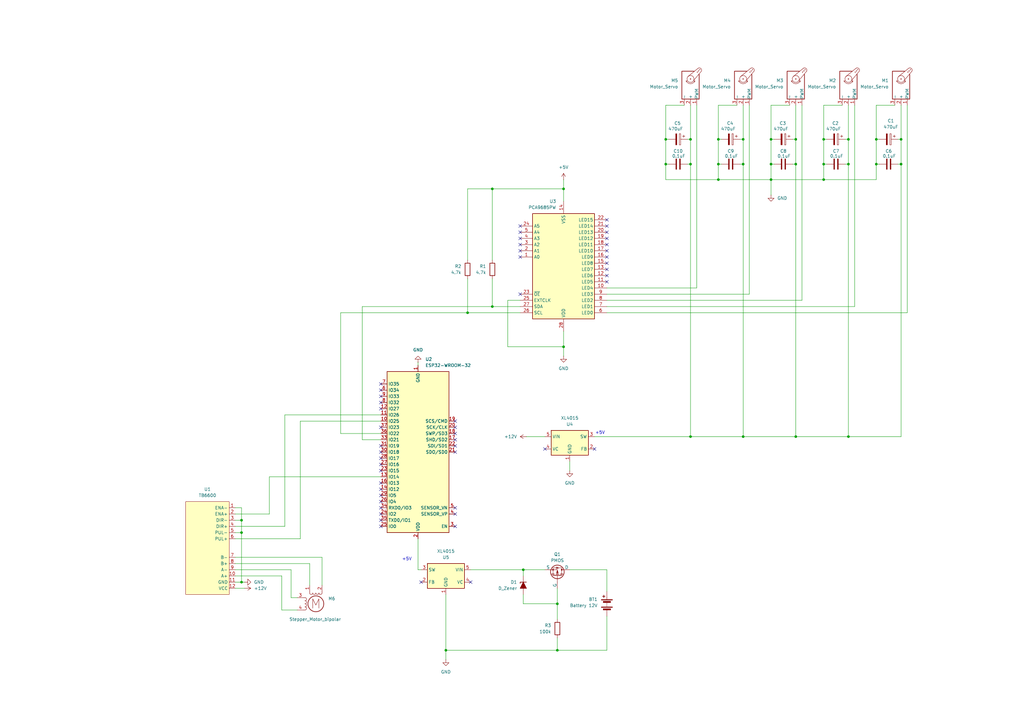
<source format=kicad_sch>
(kicad_sch (version 20231120) (generator "eeschema") (generator_version "8.0")
  (paper "A3")
  (lib_symbols
    (symbol "Device:Battery" (pin_numbers hide) (pin_names (offset 0) hide)
      (property "Reference" "BT" (at 2.54 2.54 0))
      (property "Value" "Battery" (at 2.54 0 0))
      (symbol "Battery_0_1"
        (rectangle (start -2.286 -1.27) (end 2.286 -1.524) (fill (type outline)))
        (rectangle (start -2.286 1.778) (end 2.286 1.524) (fill (type outline)))
        (rectangle (start -1.524 -2.032) (end 1.524 -2.54) (fill (type outline)))
        (rectangle (start -1.524 1.016) (end 1.524 0.508) (fill (type outline)))
        (polyline (pts (xy 0 -1.016) (xy 0 -0.762)))
        (polyline (pts (xy 0 -0.508) (xy 0 -0.254)))
        (polyline (pts (xy 0 0) (xy 0 0.254)))
        (polyline (pts (xy 0 1.778) (xy 0 2.54)))
        (polyline (pts (xy 0.762 3.048) (xy 1.778 3.048)) (stroke (width 0.254)))
        (polyline (pts (xy 1.27 3.556) (xy 1.27 2.54)) (stroke (width 0.254)))
      )
      (symbol "Battery_1_1"
        (pin passive line (at 0 5.08 270) (length 2.54) (name "+") (number "1"))
        (pin passive line (at 0 -5.08 90) (length 2.54) (name "-") (number "2"))
      )
    )
    (symbol "Device:C" (pin_numbers hide) (pin_names (offset 0.254))
      (property "Reference" "C" (at 0.635 2.54 0))
      (property "Value" "C" (at 0.635 -2.54 0))
      (symbol "C_0_1"
        (polyline (pts (xy -2.032 -0.762) (xy 2.032 -0.762)) (stroke (width 0.508)))
        (polyline (pts (xy -2.032 0.762) (xy 2.032 0.762)) (stroke (width 0.508)))
      )
      (symbol "C_1_1"
        (pin passive line (at 0 3.81 270) (length 2.794) (name "~") (number "1"))
        (pin passive line (at 0 -3.81 90) (length 2.794) (name "~") (number "2"))
      )
    )
    (symbol "Device:C_Polarized" (pin_numbers hide) (pin_names (offset 0.254))
      (property "Reference" "C" (at 0.635 2.54 0))
      (property "Value" "C_Polarized" (at 0.635 -2.54 0))
      (symbol "C_Polarized_0_1"
        (rectangle (start -2.286 0.508) (end 2.286 1.016))
        (polyline (pts (xy -1.778 2.286) (xy -0.762 2.286)))
        (polyline (pts (xy -1.27 2.794) (xy -1.27 1.778)))
        (rectangle (start 2.286 -0.508) (end -2.286 -1.016) (fill (type outline)))
      )
      (symbol "C_Polarized_1_1"
        (pin passive line (at 0 3.81 270) (length 2.794) (name "~") (number "1"))
        (pin passive line (at 0 -3.81 90) (length 2.794) (name "~") (number "2"))
      )
    )
    (symbol "Device:D_Zener_Filled" (pin_numbers hide) (pin_names (offset 1.016) hide)
      (property "Reference" "D" (at 0 2.54 0))
      (property "Value" "D_Zener_Filled" (at 0 -2.54 0))
      (symbol "D_Zener_Filled_0_1"
        (polyline (pts (xy 1.27 0) (xy -1.27 0)))
        (polyline (pts (xy -1.27 -1.27) (xy -1.27 1.27) (xy -0.762 1.27)) (stroke (width 0.254)))
        (polyline (pts (xy 1.27 -1.27) (xy 1.27 1.27) (xy -1.27 0) (xy 1.27 -1.27)) (stroke (width 0.254)) (fill (type outline)))
      )
      (symbol "D_Zener_Filled_1_1"
        (pin passive line (at -3.81 0 0) (length 2.54) (name "K") (number "1"))
        (pin passive line (at 3.81 0 180) (length 2.54) (name "A") (number "2"))
      )
    )
    (symbol "Device:R" (pin_numbers hide) (pin_names (offset 0))
      (property "Reference" "R" (at 2.032 0 90))
      (property "Value" "R" (at 0 0 90))
      (symbol "R_0_1"
        (rectangle (start -1.016 -2.54) (end 1.016 2.54) (stroke (width 0.254)))
      )
      (symbol "R_1_1"
        (pin passive line (at 0 3.81 270) (length 1.27) (name "~") (number "1"))
        (pin passive line (at 0 -3.81 90) (length 1.27) (name "~") (number "2"))
      )
    )
    (symbol "Driver_LED:PCA9685PW"
      (property "Reference" "U" (at -12.7 22.225 0))
      (property "Value" "PCA9685PW" (at 1.27 22.225 0))
      (symbol "PCA9685PW_0_1"
        (rectangle (start -12.7 20.32) (end 12.7 -22.86) (stroke (width 0.254)) (fill (type background)))
      )
      (symbol "PCA9685PW_1_1"
        (pin input line (at -17.78 -5.08 0) (length 5.08) (name "A0") (number "1"))
        (pin output line (at 17.78 7.62 180) (length 5.08) (name "LED4") (number "10"))
        (pin output line (at 17.78 5.08 180) (length 5.08) (name "LED5") (number "11"))
        (pin output line (at 17.78 2.54 180) (length 5.08) (name "LED6") (number "12"))
        (pin output line (at 17.78 0 180) (length 5.08) (name "LED7") (number "13"))
        (pin power_in line (at 0 -27.94 90) (length 5.08) (name "VSS") (number "14"))
        (pin output line (at 17.78 -2.54 180) (length 5.08) (name "LED8") (number "15"))
        (pin output line (at 17.78 -5.08 180) (length 5.08) (name "LED9") (number "16"))
        (pin output line (at 17.78 -7.62 180) (length 5.08) (name "LED10") (number "17"))
        (pin output line (at 17.78 -10.16 180) (length 5.08) (name "LED11") (number "18"))
        (pin output line (at 17.78 -12.7 180) (length 5.08) (name "LED12") (number "19"))
        (pin input line (at -17.78 -7.62 0) (length 5.08) (name "A1") (number "2"))
        (pin output line (at 17.78 -15.24 180) (length 5.08) (name "LED13") (number "20"))
        (pin output line (at 17.78 -17.78 180) (length 5.08) (name "LED14") (number "21"))
        (pin output line (at 17.78 -20.32 180) (length 5.08) (name "LED15") (number "22"))
        (pin input line (at -17.78 10.16 0) (length 5.08) (name "~{OE}") (number "23"))
        (pin input line (at -17.78 -17.78 0) (length 5.08) (name "A5") (number "24"))
        (pin input line (at -17.78 12.7 0) (length 5.08) (name "EXTCLK") (number "25"))
        (pin input line (at -17.78 17.78 0) (length 5.08) (name "SCL") (number "26"))
        (pin bidirectional line (at -17.78 15.24 0) (length 5.08) (name "SDA") (number "27"))
        (pin power_in line (at 0 25.4 270) (length 5.08) (name "VDD") (number "28"))
        (pin input line (at -17.78 -10.16 0) (length 5.08) (name "A2") (number "3"))
        (pin input line (at -17.78 -12.7 0) (length 5.08) (name "A3") (number "4"))
        (pin input line (at -17.78 -15.24 0) (length 5.08) (name "A4") (number "5"))
        (pin output line (at 17.78 17.78 180) (length 5.08) (name "LED0") (number "6"))
        (pin output line (at 17.78 15.24 180) (length 5.08) (name "LED1") (number "7"))
        (pin output line (at 17.78 12.7 180) (length 5.08) (name "LED2") (number "8"))
        (pin output line (at 17.78 10.16 180) (length 5.08) (name "LED3") (number "9"))
      )
    )
    (symbol "Motor:Motor_Servo" (pin_names (offset 0.0254))
      (property "Reference" "M" (at -5.08 4.445 0))
      (property "Value" "Motor_Servo" (at -5.08 -4.064 0))
      (symbol "Motor_Servo_0_1"
        (polyline (pts (xy 2.413 -1.778) (xy 2.032 -1.778)))
        (polyline (pts (xy 2.413 -1.778) (xy 2.286 -1.397)))
        (polyline (pts (xy 2.413 1.778) (xy 1.905 1.778)))
        (polyline (pts (xy 2.413 1.778) (xy 2.286 1.397)))
        (polyline (pts (xy 6.35 4.445) (xy 2.54 1.27)))
        (polyline (pts (xy 7.62 3.175) (xy 4.191 -1.016)))
        (polyline (pts (xy 5.08 3.556) (xy -5.08 3.556) (xy -5.08 -3.556) (xy 6.35 -3.556) (xy 6.35 1.524)) (stroke (width 0.254)))
        (arc (start 2.413 1.778) (mid 1.2406 0) (end 2.413 -1.778))
        (circle (center 3.175 0) (radius 0.1778))
        (circle (center 3.175 0) (radius 1.4224))
        (circle (center 5.969 2.794) (radius 0.127))
        (circle (center 6.477 3.302) (radius 0.127))
        (circle (center 6.985 3.81) (radius 0.127))
        (arc (start 7.62 3.175) (mid 7.4485 4.2735) (end 6.35 4.445))
      )
      (symbol "Motor_Servo_1_1"
        (pin passive line (at -7.62 2.54 0) (length 2.54) (name "PWM") (number "1"))
        (pin passive line (at -7.62 0 0) (length 2.54) (name "+") (number "2"))
        (pin passive line (at -7.62 -2.54 0) (length 2.54) (name "-") (number "3"))
      )
    )
    (symbol "Motor:Stepper_Motor_bipolar" (pin_names (offset 0) hide)
      (property "Reference" "M" (at 3.81 2.54 0))
      (property "Value" "Stepper_Motor_bipolar" (at 3.81 1.27 0))
      (symbol "Stepper_Motor_bipolar_0_0"
        (polyline (pts (xy -1.27 -1.778) (xy -1.27 2.032) (xy 0 -0.508) (xy 1.27 2.032) (xy 1.27 -1.778)))
      )
      (symbol "Stepper_Motor_bipolar_0_1"
        (arc (start -4.445 -2.54) (mid -3.8127 -1.905) (end -4.445 -1.27))
        (arc (start -4.445 -1.27) (mid -3.8127 -0.635) (end -4.445 0))
        (arc (start -4.445 0) (mid -3.8127 0.635) (end -4.445 1.27))
        (arc (start -4.445 1.27) (mid -3.8127 1.905) (end -4.445 2.54))
        (arc (start -2.54 4.445) (mid -1.905 3.8127) (end -1.27 4.445))
        (arc (start -1.27 4.445) (mid -0.635 3.8127) (end 0 4.445))
        (polyline (pts (xy -5.08 -2.54) (xy -4.445 -2.54)))
        (polyline (pts (xy -5.08 2.54) (xy -4.445 2.54)))
        (polyline (pts (xy -2.54 5.08) (xy -2.54 4.445)))
        (polyline (pts (xy 2.54 5.08) (xy 2.54 4.445)))
        (circle (center 0 0) (radius 3.2512) (stroke (width 0.254)))
        (arc (start 0 4.445) (mid 0.635 3.8127) (end 1.27 4.445))
        (arc (start 1.27 4.445) (mid 1.905 3.8127) (end 2.54 4.445))
      )
      (symbol "Stepper_Motor_bipolar_1_1"
        (pin passive line (at -2.54 7.62 270) (length 2.54) (name "~") (number "1"))
        (pin passive line (at 2.54 7.62 270) (length 2.54) (name "-") (number "2"))
        (pin passive line (at -7.62 2.54 0) (length 2.54) (name "~") (number "3"))
        (pin passive line (at -7.62 -2.54 0) (length 2.54) (name "~") (number "4"))
      )
    )
    (symbol "RF_Module:ESP32-WROOM-32"
      (property "Reference" "U" (at -12.7 34.29 0))
      (property "Value" "ESP32-WROOM-32" (at 1.27 34.29 0))
      (symbol "ESP32-WROOM-32_0_1"
        (rectangle (start -12.7 33.02) (end 12.7 -33.02) (stroke (width 0.254)) (fill (type background)))
      )
      (symbol "ESP32-WROOM-32_1_1"
        (pin power_in line (at 0 -35.56 90) (length 2.54) (name "GND") (number "1"))
        (pin bidirectional line (at 15.24 -12.7 180) (length 2.54) (name "IO25") (number "10"))
        (pin bidirectional line (at 15.24 -15.24 180) (length 2.54) (name "IO26") (number "11"))
        (pin bidirectional line (at 15.24 -17.78 180) (length 2.54) (name "IO27") (number "12"))
        (pin bidirectional line (at 15.24 10.16 180) (length 2.54) (name "IO14") (number "13"))
        (pin bidirectional line (at 15.24 15.24 180) (length 2.54) (name "IO12") (number "14"))
        (pin passive line (at 0 -35.56 90) (length 2.54) hide (name "GND") (number "15"))
        (pin bidirectional line (at 15.24 12.7 180) (length 2.54) (name "IO13") (number "16"))
        (pin bidirectional line (at -15.24 -5.08 0) (length 2.54) (name "SHD/SD2") (number "17"))
        (pin bidirectional line (at -15.24 -7.62 0) (length 2.54) (name "SWP/SD3") (number "18"))
        (pin bidirectional line (at -15.24 -12.7 0) (length 2.54) (name "SCS/CMD") (number "19"))
        (pin power_in line (at 0 35.56 270) (length 2.54) (name "VDD") (number "2"))
        (pin bidirectional line (at -15.24 -10.16 0) (length 2.54) (name "SCK/CLK") (number "20"))
        (pin bidirectional line (at -15.24 0 0) (length 2.54) (name "SDO/SD0") (number "21"))
        (pin bidirectional line (at -15.24 -2.54 0) (length 2.54) (name "SDI/SD1") (number "22"))
        (pin bidirectional line (at 15.24 7.62 180) (length 2.54) (name "IO15") (number "23"))
        (pin bidirectional line (at 15.24 25.4 180) (length 2.54) (name "IO2") (number "24"))
        (pin bidirectional line (at 15.24 30.48 180) (length 2.54) (name "IO0") (number "25"))
        (pin bidirectional line (at 15.24 20.32 180) (length 2.54) (name "IO4") (number "26"))
        (pin bidirectional line (at 15.24 5.08 180) (length 2.54) (name "IO16") (number "27"))
        (pin bidirectional line (at 15.24 2.54 180) (length 2.54) (name "IO17") (number "28"))
        (pin bidirectional line (at 15.24 17.78 180) (length 2.54) (name "IO5") (number "29"))
        (pin input line (at -15.24 30.48 0) (length 2.54) (name "EN") (number "3"))
        (pin bidirectional line (at 15.24 0 180) (length 2.54) (name "IO18") (number "30"))
        (pin bidirectional line (at 15.24 -2.54 180) (length 2.54) (name "IO19") (number "31"))
        (pin no_connect line (at -12.7 -27.94 0) (length 2.54) hide (name "NC") (number "32"))
        (pin bidirectional line (at 15.24 -5.08 180) (length 2.54) (name "IO21") (number "33"))
        (pin bidirectional line (at 15.24 22.86 180) (length 2.54) (name "RXD0/IO3") (number "34"))
        (pin bidirectional line (at 15.24 27.94 180) (length 2.54) (name "TXD0/IO1") (number "35"))
        (pin bidirectional line (at 15.24 -7.62 180) (length 2.54) (name "IO22") (number "36"))
        (pin bidirectional line (at 15.24 -10.16 180) (length 2.54) (name "IO23") (number "37"))
        (pin passive line (at 0 -35.56 90) (length 2.54) hide (name "GND") (number "38"))
        (pin passive line (at 0 -35.56 90) (length 2.54) hide (name "GND") (number "39"))
        (pin input line (at -15.24 25.4 0) (length 2.54) (name "SENSOR_VP") (number "4"))
        (pin input line (at -15.24 22.86 0) (length 2.54) (name "SENSOR_VN") (number "5"))
        (pin input line (at 15.24 -25.4 180) (length 2.54) (name "IO34") (number "6"))
        (pin input line (at 15.24 -27.94 180) (length 2.54) (name "IO35") (number "7"))
        (pin bidirectional line (at 15.24 -20.32 180) (length 2.54) (name "IO32") (number "8"))
        (pin bidirectional line (at 15.24 -22.86 180) (length 2.54) (name "IO33") (number "9"))
      )
    )
    (symbol "Regulator_Switching:XL4015"
      (property "Reference" "U?" (at -6.35 6.35 0))
      (property "Value" "XL4015" (at 6.35 6.35 0))
      (symbol "XL4015_0_1"
        (rectangle (start -7.62 5.08) (end 7.62 -5.08) (stroke (width 0.254)) (fill (type background)))
      )
      (symbol "XL4015_1_1"
        (pin power_in line (at 0 -7.62 90) (length 2.54) (name "GND") (number "1"))
        (pin input line (at 10.16 -2.54 180) (length 2.54) (name "FB") (number "2"))
        (pin power_out line (at 10.16 2.54 180) (length 2.54) (name "SW") (number "3"))
        (pin input line (at -10.16 -2.54 0) (length 2.54) (name "VC") (number "4"))
        (pin power_in line (at -10.16 2.54 0) (length 2.54) (name "VIN") (number "5"))
      )
    )
    (symbol "Simulation_SPICE:PMOS" (pin_numbers hide) (pin_names (offset 0))
      (property "Reference" "Q" (at 5.08 1.27 0))
      (property "Value" "PMOS" (at 5.08 -1.27 0))
      (symbol "PMOS_0_1"
        (polyline (pts (xy 0.254 0) (xy -2.54 0)))
        (polyline (pts (xy 0.254 1.905) (xy 0.254 -1.905)) (stroke (width 0.254)))
        (polyline (pts (xy 0.762 -1.27) (xy 0.762 -2.286)) (stroke (width 0.254)))
        (polyline (pts (xy 0.762 0.508) (xy 0.762 -0.508)) (stroke (width 0.254)))
        (polyline (pts (xy 0.762 2.286) (xy 0.762 1.27)) (stroke (width 0.254)))
        (polyline (pts (xy 2.54 2.54) (xy 2.54 1.778)))
        (polyline (pts (xy 2.54 -2.54) (xy 2.54 0) (xy 0.762 0)))
        (polyline (pts (xy 0.762 1.778) (xy 3.302 1.778) (xy 3.302 -1.778) (xy 0.762 -1.778)))
        (polyline (pts (xy 2.286 0) (xy 1.27 0.381) (xy 1.27 -0.381) (xy 2.286 0)) (fill (type outline)))
        (polyline (pts (xy 2.794 -0.508) (xy 2.921 -0.381) (xy 3.683 -0.381) (xy 3.81 -0.254)))
        (polyline (pts (xy 3.302 -0.381) (xy 2.921 0.254) (xy 3.683 0.254) (xy 3.302 -0.381)))
        (circle (center 1.651 0) (radius 2.794) (stroke (width 0.254)))
        (circle (center 2.54 -1.778) (radius 0.254) (fill (type outline)))
        (circle (center 2.54 1.778) (radius 0.254) (fill (type outline)))
      )
      (symbol "PMOS_1_1"
        (pin passive line (at 2.54 5.08 270) (length 2.54) (name "D") (number "1"))
        (pin input line (at -5.08 0 0) (length 2.54) (name "G") (number "2"))
        (pin passive line (at 2.54 -5.08 90) (length 2.54) (name "S") (number "3"))
      )
    )
    (symbol "power:GND" (power) (pin_numbers hide) (pin_names (offset 0) hide)
      (property "Value" "GND" (at 0 -3.81 0))
      (symbol "GND_0_1"
        (polyline (pts (xy 0 0) (xy 0 -1.27) (xy 1.27 -1.27) (xy 0 -2.54) (xy -1.27 -1.27) (xy 0 -1.27)))
      )
      (symbol "GND_1_1"
        (pin power_in line (at 0 0 270) (length 0) (name "~") (number "1"))
      )
    )
    (symbol "power:VCC" (power) (pin_numbers hide) (pin_names (offset 0) hide)
      (property "Value" "VCC" (at 0 3.556 0))
      (symbol "VCC_0_1"
        (polyline (pts (xy -0.762 1.27) (xy 0 2.54)))
        (polyline (pts (xy 0 0) (xy 0 2.54)))
        (polyline (pts (xy 0 2.54) (xy 0.762 1.27)))
      )
      (symbol "VCC_1_1"
        (pin power_in line (at 0 0 90) (length 0) (name "~") (number "1"))
      )
    )
    (symbol "tb6600:TB6600"
      (property "Reference" "U" (at -13.208 1.016 0))
      (property "Value" "TB6600" (at -5.334 0.762 0))
      (symbol "TB6600_1_1"
        (rectangle (start -13.97 0) (end 3.81 -38.1) (fill (type background)))
        (pin input line (at 6.35 -2.54 180) (length 2.54) (name "ENA-") (number "1"))
        (pin bidirectional line (at 6.35 -30.48 180) (length 2.54) (name "A+") (number "10"))
        (pin power_in line (at 6.35 -33.02 180) (length 2.54) (name "GND") (number "11"))
        (pin power_in line (at 6.35 -35.56 180) (length 2.54) (name "VCC") (number "12"))
        (pin input line (at 6.35 -5.08 180) (length 2.54) (name "ENA+") (number "2"))
        (pin input line (at 6.35 -7.62 180) (length 2.54) (name "DIR-") (number "3"))
        (pin input line (at 6.35 -10.16 180) (length 2.54) (name "DIR+") (number "4"))
        (pin input line (at 6.35 -12.7 180) (length 2.54) (name "PUL-") (number "5"))
        (pin input line (at 6.35 -15.24 180) (length 2.54) (name "PUL+") (number "6"))
        (pin bidirectional line (at 6.35 -22.86 180) (length 2.54) (name "B-") (number "7"))
        (pin bidirectional line (at 6.35 -25.4 180) (length 2.54) (name "B+") (number "8"))
        (pin bidirectional line (at 6.35 -27.94 180) (length 2.54) (name "A-") (number "9"))
      )
    )
  )
  (junction (at 337.82 67.31))
  (junction (at 316.23 67.31))
  (junction (at 359.41 67.31))
  (junction (at 191.77 128.27))
  (junction (at 369.57 67.31))
  (junction (at 201.93 125.73))
  (junction (at 337.82 73.66))
  (junction (at 283.21 57.15))
  (junction (at 369.57 57.15))
  (junction (at 99.06 218.44))
  (junction (at 214.63 233.68))
  (junction (at 228.6 247.65))
  (junction (at 99.06 238.76))
  (junction (at 273.05 57.15))
  (junction (at 304.8 67.31))
  (junction (at 337.82 57.15))
  (junction (at 316.23 57.15))
  (junction (at 347.98 179.07))
  (junction (at 228.6 266.7))
  (junction (at 304.8 179.07))
  (junction (at 273.05 67.31))
  (junction (at 347.98 57.15))
  (junction (at 231.14 77.47))
  (junction (at 231.14 142.24))
  (junction (at 99.06 213.36))
  (junction (at 201.93 77.47))
  (junction (at 326.39 57.15))
  (junction (at 304.8 57.15))
  (junction (at 326.39 67.31))
  (junction (at 283.21 179.07))
  (junction (at 182.88 266.7))
  (junction (at 294.64 57.15))
  (junction (at 326.39 179.07))
  (junction (at 283.21 67.31))
  (junction (at 316.23 73.66))
  (junction (at 294.64 73.66))
  (junction (at 294.64 67.31))
  (junction (at 347.98 67.31))
  (junction (at 359.41 57.15))
  (no_connect (at 156.21 187.96))
  (no_connect (at 156.21 215.9))
  (no_connect (at 156.21 210.82))
  (no_connect (at 248.92 100.33))
  (no_connect (at 248.92 102.87))
  (no_connect (at 156.21 190.5))
  (no_connect (at 223.52 184.15))
  (no_connect (at 248.92 90.17))
  (no_connect (at 186.69 182.88))
  (no_connect (at 213.36 120.65))
  (no_connect (at 213.36 105.41))
  (no_connect (at 156.21 157.48))
  (no_connect (at 213.36 97.79))
  (no_connect (at 193.04 238.76))
  (no_connect (at 172.72 238.76))
  (no_connect (at 156.21 162.56))
  (no_connect (at 186.69 180.34))
  (no_connect (at 156.21 205.74))
  (no_connect (at 186.69 177.8))
  (no_connect (at 156.21 203.2))
  (no_connect (at 248.92 92.71))
  (no_connect (at 186.69 172.72))
  (no_connect (at 156.21 175.26))
  (no_connect (at 156.21 198.12))
  (no_connect (at 213.36 92.71))
  (no_connect (at 213.36 102.87))
  (no_connect (at 248.92 113.03))
  (no_connect (at 156.21 208.28))
  (no_connect (at 156.21 160.02))
  (no_connect (at 186.69 185.42))
  (no_connect (at 156.21 213.36))
  (no_connect (at 248.92 105.41))
  (no_connect (at 156.21 185.42))
  (no_connect (at 248.92 97.79))
  (no_connect (at 186.69 175.26))
  (no_connect (at 248.92 95.25))
  (no_connect (at 156.21 193.04))
  (no_connect (at 186.69 210.82))
  (no_connect (at 243.84 184.15))
  (no_connect (at 186.69 215.9))
  (no_connect (at 213.36 95.25))
  (no_connect (at 156.21 200.66))
  (no_connect (at 213.36 100.33))
  (no_connect (at 248.92 107.95))
  (no_connect (at 248.92 110.49))
  (no_connect (at 186.69 208.28))
  (no_connect (at 248.92 115.57))
  (no_connect (at 156.21 165.1))
  (no_connect (at 156.21 182.88))
  (no_connect (at 156.21 167.64))
  (wire (pts (xy 119.38 245.11) (xy 121.92 245.11)))
  (wire (pts (xy 281.94 67.31) (xy 283.21 67.31)))
  (wire (pts (xy 231.14 142.24) (xy 231.14 146.05)))
  (wire (pts (xy 283.21 67.31) (xy 283.21 179.07)))
  (wire (pts (xy 96.52 208.28) (xy 99.06 208.28)))
  (wire (pts (xy 182.88 266.7) (xy 228.6 266.7)))
  (wire (pts (xy 273.05 43.18) (xy 273.05 57.15)))
  (wire (pts (xy 248.92 118.11) (xy 285.75 118.11)))
  (wire (pts (xy 96.52 210.82) (xy 110.49 210.82)))
  (wire (pts (xy 294.64 67.31) (xy 294.64 73.66)))
  (wire (pts (xy 339.09 67.31) (xy 337.82 67.31)))
  (wire (pts (xy 96.52 215.9) (xy 116.84 215.9)))
  (wire (pts (xy 273.05 67.31) (xy 273.05 73.66)))
  (wire (pts (xy 248.92 233.68) (xy 233.68 233.68)))
  (wire (pts (xy 337.82 67.31) (xy 337.82 73.66)))
  (wire (pts (xy 96.52 236.22) (xy 115.57 236.22)))
  (wire (pts (xy 294.64 43.18) (xy 294.64 57.15)))
  (wire (pts (xy 156.21 177.8) (xy 139.7 177.8)))
  (wire (pts (xy 115.57 236.22) (xy 115.57 250.19)))
  (wire (pts (xy 139.7 177.8) (xy 139.7 128.27)))
  (wire (pts (xy 295.91 67.31) (xy 294.64 67.31)))
  (wire (pts (xy 304.8 67.31) (xy 304.8 57.15)))
  (wire (pts (xy 191.77 128.27) (xy 191.77 114.3)))
  (wire (pts (xy 96.52 220.98) (xy 123.19 220.98)))
  (wire (pts (xy 337.82 57.15) (xy 339.09 57.15)))
  (wire (pts (xy 231.14 73.66) (xy 231.14 77.47)))
  (wire (pts (xy 369.57 43.18) (xy 369.57 57.15)))
  (wire (pts (xy 171.45 220.98) (xy 171.45 233.68)))
  (wire (pts (xy 304.8 179.07) (xy 326.39 179.07)))
  (wire (pts (xy 248.92 125.73) (xy 350.52 125.73)))
  (wire (pts (xy 326.39 57.15) (xy 325.12 57.15)))
  (wire (pts (xy 369.57 57.15) (xy 368.3 57.15)))
  (wire (pts (xy 231.14 142.24) (xy 231.14 135.89)))
  (wire (pts (xy 283.21 57.15) (xy 281.94 57.15)))
  (wire (pts (xy 304.8 57.15) (xy 303.53 57.15)))
  (wire (pts (xy 96.52 213.36) (xy 99.06 213.36)))
  (wire (pts (xy 208.28 123.19) (xy 208.28 142.24)))
  (wire (pts (xy 283.21 67.31) (xy 283.21 57.15)))
  (wire (pts (xy 99.06 238.76) (xy 100.33 238.76)))
  (wire (pts (xy 347.98 67.31) (xy 347.98 179.07)))
  (wire (pts (xy 368.3 67.31) (xy 369.57 67.31)))
  (wire (pts (xy 316.23 67.31) (xy 316.23 57.15)))
  (wire (pts (xy 223.52 233.68) (xy 214.63 233.68)))
  (wire (pts (xy 96.52 231.14) (xy 127 231.14)))
  (wire (pts (xy 347.98 57.15) (xy 346.71 57.15)))
  (wire (pts (xy 369.57 67.31) (xy 369.57 57.15)))
  (wire (pts (xy 171.45 148.59) (xy 171.45 149.86)))
  (wire (pts (xy 228.6 247.65) (xy 228.6 254)))
  (wire (pts (xy 116.84 170.18) (xy 156.21 170.18)))
  (wire (pts (xy 248.92 123.19) (xy 328.93 123.19)))
  (wire (pts (xy 208.28 142.24) (xy 231.14 142.24)))
  (wire (pts (xy 148.59 125.73) (xy 201.93 125.73)))
  (wire (pts (xy 191.77 77.47) (xy 201.93 77.47)))
  (wire (pts (xy 193.04 233.68) (xy 214.63 233.68)))
  (wire (pts (xy 326.39 67.31) (xy 326.39 57.15)))
  (wire (pts (xy 156.21 180.34) (xy 148.59 180.34)))
  (wire (pts (xy 96.52 218.44) (xy 99.06 218.44)))
  (wire (pts (xy 317.5 67.31) (xy 316.23 67.31)))
  (wire (pts (xy 283.21 179.07) (xy 304.8 179.07)))
  (wire (pts (xy 280.67 43.18) (xy 273.05 43.18)))
  (wire (pts (xy 248.92 242.57) (xy 248.92 233.68)))
  (wire (pts (xy 303.53 67.31) (xy 304.8 67.31)))
  (wire (pts (xy 304.8 67.31) (xy 304.8 179.07)))
  (wire (pts (xy 360.68 67.31) (xy 359.41 67.31)))
  (wire (pts (xy 326.39 179.07) (xy 347.98 179.07)))
  (wire (pts (xy 182.88 243.84) (xy 182.88 266.7)))
  (wire (pts (xy 233.68 189.23) (xy 233.68 193.04)))
  (wire (pts (xy 213.36 123.19) (xy 208.28 123.19)))
  (wire (pts (xy 367.03 43.18) (xy 359.41 43.18)))
  (wire (pts (xy 96.52 233.68) (xy 119.38 233.68)))
  (wire (pts (xy 304.8 43.18) (xy 304.8 57.15)))
  (wire (pts (xy 316.23 57.15) (xy 317.5 57.15)))
  (wire (pts (xy 99.06 208.28) (xy 99.06 213.36)))
  (wire (pts (xy 294.64 73.66) (xy 316.23 73.66)))
  (wire (pts (xy 323.85 43.18) (xy 316.23 43.18)))
  (wire (pts (xy 139.7 128.27) (xy 191.77 128.27)))
  (wire (pts (xy 302.26 43.18) (xy 294.64 43.18)))
  (wire (pts (xy 248.92 128.27) (xy 372.11 128.27)))
  (wire (pts (xy 172.72 233.68) (xy 171.45 233.68)))
  (wire (pts (xy 294.64 57.15) (xy 295.91 57.15)))
  (wire (pts (xy 359.41 57.15) (xy 359.41 67.31)))
  (wire (pts (xy 99.06 218.44) (xy 99.06 238.76)))
  (wire (pts (xy 201.93 106.68) (xy 201.93 77.47)))
  (wire (pts (xy 316.23 43.18) (xy 316.23 57.15)))
  (wire (pts (xy 337.82 73.66) (xy 316.23 73.66)))
  (wire (pts (xy 96.52 238.76) (xy 99.06 238.76)))
  (wire (pts (xy 214.63 233.68) (xy 214.63 236.22)))
  (wire (pts (xy 273.05 57.15) (xy 273.05 67.31)))
  (wire (pts (xy 337.82 57.15) (xy 337.82 67.31)))
  (wire (pts (xy 285.75 43.18) (xy 285.75 118.11)))
  (wire (pts (xy 191.77 106.68) (xy 191.77 77.47)))
  (wire (pts (xy 182.88 266.7) (xy 182.88 270.51)))
  (wire (pts (xy 316.23 73.66) (xy 316.23 80.01)))
  (wire (pts (xy 347.98 43.18) (xy 347.98 57.15)))
  (wire (pts (xy 123.19 220.98) (xy 123.19 172.72)))
  (wire (pts (xy 96.52 228.6) (xy 132.08 228.6)))
  (wire (pts (xy 274.32 67.31) (xy 273.05 67.31)))
  (wire (pts (xy 228.6 261.62) (xy 228.6 266.7)))
  (wire (pts (xy 326.39 67.31) (xy 326.39 179.07)))
  (wire (pts (xy 372.11 43.18) (xy 372.11 128.27)))
  (wire (pts (xy 214.63 247.65) (xy 214.63 243.84)))
  (wire (pts (xy 347.98 57.15) (xy 347.98 67.31)))
  (wire (pts (xy 248.92 120.65) (xy 307.34 120.65)))
  (wire (pts (xy 119.38 233.68) (xy 119.38 245.11)))
  (wire (pts (xy 294.64 57.15) (xy 294.64 67.31)))
  (wire (pts (xy 110.49 195.58) (xy 156.21 195.58)))
  (wire (pts (xy 273.05 73.66) (xy 294.64 73.66)))
  (wire (pts (xy 132.08 228.6) (xy 132.08 240.03)))
  (wire (pts (xy 307.34 43.18) (xy 307.34 120.65)))
  (wire (pts (xy 337.82 73.66) (xy 359.41 73.66)))
  (wire (pts (xy 96.52 241.3) (xy 100.33 241.3)))
  (wire (pts (xy 201.93 125.73) (xy 201.93 114.3)))
  (wire (pts (xy 116.84 215.9) (xy 116.84 170.18)))
  (wire (pts (xy 347.98 179.07) (xy 369.57 179.07)))
  (wire (pts (xy 325.12 67.31) (xy 326.39 67.31)))
  (wire (pts (xy 228.6 266.7) (xy 248.92 266.7)))
  (wire (pts (xy 248.92 252.73) (xy 248.92 266.7)))
  (wire (pts (xy 228.6 247.65) (xy 214.63 247.65)))
  (wire (pts (xy 316.23 67.31) (xy 316.23 73.66)))
  (wire (pts (xy 228.6 241.3) (xy 228.6 247.65)))
  (wire (pts (xy 201.93 77.47) (xy 231.14 77.47)))
  (wire (pts (xy 231.14 77.47) (xy 231.14 82.55)))
  (wire (pts (xy 345.44 43.18) (xy 337.82 43.18)))
  (wire (pts (xy 326.39 43.18) (xy 326.39 57.15)))
  (wire (pts (xy 243.84 179.07) (xy 283.21 179.07)))
  (wire (pts (xy 201.93 125.73) (xy 213.36 125.73)))
  (wire (pts (xy 115.57 250.19) (xy 121.92 250.19)))
  (wire (pts (xy 273.05 57.15) (xy 274.32 57.15)))
  (wire (pts (xy 369.57 67.31) (xy 369.57 179.07)))
  (wire (pts (xy 360.68 57.15) (xy 359.41 57.15)))
  (wire (pts (xy 359.41 67.31) (xy 359.41 73.66)))
  (wire (pts (xy 283.21 43.18) (xy 283.21 57.15)))
  (wire (pts (xy 99.06 213.36) (xy 99.06 218.44)))
  (wire (pts (xy 123.19 172.72) (xy 156.21 172.72)))
  (wire (pts (xy 127 231.14) (xy 127 240.03)))
  (wire (pts (xy 110.49 210.82) (xy 110.49 195.58)))
  (wire (pts (xy 215.9 179.07) (xy 223.52 179.07)))
  (wire (pts (xy 213.36 128.27) (xy 191.77 128.27)))
  (wire (pts (xy 346.71 67.31) (xy 347.98 67.31)))
  (wire (pts (xy 337.82 43.18) (xy 337.82 57.15)))
  (wire (pts (xy 350.52 43.18) (xy 350.52 125.73)))
  (wire (pts (xy 359.41 43.18) (xy 359.41 57.15)))
  (wire (pts (xy 328.93 43.18) (xy 328.93 123.19)))
  (wire (pts (xy 148.59 125.73) (xy 148.59 180.34)))
  (text "+5V\n" (at 166.878 229.362 0) (effects (font (size 1.27 1.27))))
  (text "+5V\n" (at 246.126 177.546 0) (effects (font (size 1.27 1.27))))
  (symbol (lib_id "power:GND") (at 182.88 270.51 0) (mirror y) (unit 1)
    (property "Reference" "#PWR04" (effects (hide yes)))
    (property "Value" "GND" (at 182.88 275.59 0))
    (property "Description" "Power symbol creates a global label with name \"GND\" , ground" (effects (hide yes)))
  )
  (symbol (lib_id "Device:D_Zener_Filled") (at 214.63 240.03 90) (mirror x) (unit 1)
    (property "Reference" "D1" (at 212.09 238.7599 90) (effects (justify left)))
    (property "Value" "D_Zener" (at 212.09 241.2999 90) (effects (justify left)))
    (property "Description" "Zener diode, filled shape" (effects (hide yes)))
  )
  (symbol (lib_id "Device:R") (at 201.93 110.49 0) (mirror y) (unit 1)
    (property "Reference" "R1" (at 199.39 109.2199 0) (effects (justify left)))
    (property "Value" "4.7k" (at 199.39 111.7599 0) (effects (justify left)))
    (property "Description" "Resistor" (effects (hide yes)))
  )
  (symbol (lib_id "power:GND") (at 231.14 146.05 0) (mirror y) (unit 1)
    (property "Reference" "#PWR07" (effects (hide yes)))
    (property "Value" "GND" (at 231.14 151.13 0))
    (property "Description" "Power symbol creates a global label with name \"GND\" , ground" (effects (hide yes)))
  )
  (symbol (lib_id "Regulator_Switching:XL4015") (at 182.88 236.22 0) (mirror y) (unit 1)
    (property "Reference" "U5" (at 182.88 228.6 0))
    (property "Value" "XL4015" (at 182.88 226.06 0))
    (property "Footprint" "Package_TO_SOT_SMD:TO-263-5_TabPin3" (effects (hide yes)))
    (property "Datasheet" "http://www.xlsemi.net/datasheet/XL4015%20datasheet-English.pdf" (effects (hide yes)))
    (property "Description" "5A 180kHz 36V Buck DC to DC Converter" (effects (hide yes)))
  )
  (symbol (lib_id "Device:C") (at 299.72 67.31 270) (mirror x) (unit 1)
    (property "Reference" "C9" (at 299.72 61.976 90))
    (property "Value" "0.1uF" (at 299.974 64.008 90))
    (property "Description" "Unpolarized capacitor" (effects (hide yes)))
  )
  (symbol (lib_id "Device:C") (at 321.31 67.31 270) (mirror x) (unit 1)
    (property "Reference" "C8" (at 321.31 61.976 90))
    (property "Value" "0.1uF" (at 321.564 64.008 90))
    (property "Description" "Unpolarized capacitor" (effects (hide yes)))
  )
  (symbol (lib_id "Motor:Motor_Servo") (at 369.57 35.56 270) (mirror x) (unit 1)
    (property "Reference" "M1" (at 364.49 33.031 90) (effects (justify right)))
    (property "Value" "Motor_Servo" (at 364.49 35.571 90) (effects (justify right)))
    (property "Datasheet" "http://forums.parallax.com/uploads/attachments/46831/74481.png" (effects (hide yes)))
    (property "Description" "Servo Motor (Futaba, HiTec, JR connector)" (effects (hide yes)))
  )
  (symbol (lib_id "Device:R") (at 228.6 257.81 0) (mirror y) (unit 1)
    (property "Reference" "R3" (at 226.06 256.5399 0) (effects (justify left)))
    (property "Value" "100k" (at 226.06 259.0799 0) (effects (justify left)))
    (property "Description" "Resistor" (effects (hide yes)))
  )
  (symbol (lib_id "power:VCC") (at 215.9 179.07 90) (unit 1)
    (property "Reference" "#PWR017" (effects (hide yes)))
    (property "Value" "+12V" (at 212.09 179.0699 90) (effects (justify left)))
    (property "Description" "Power symbol creates a global label with name \"VCC\"" (effects (hide yes)))
  )
  (symbol (lib_id "Device:Battery") (at 248.92 247.65 0) (mirror y) (unit 1)
    (property "Reference" "BT1" (at 245.11 245.8084 0) (effects (justify left)))
    (property "Value" "Battery 12V" (at 245.11 248.3484 0) (effects (justify left)))
    (property "Description" "Multiple-cell battery" (effects (hide yes)))
  )
  (symbol (lib_id "power:VCC") (at 100.33 241.3 270) (unit 1)
    (property "Reference" "#PWR03" (effects (hide yes)))
    (property "Value" "+12V" (at 104.14 241.2999 90) (effects (justify left)))
    (property "Description" "Power symbol creates a global label with name \"VCC\"" (effects (hide yes)))
  )
  (symbol (lib_id "Motor:Stepper_Motor_bipolar") (at 129.54 247.65 0) (unit 1)
    (property "Reference" "M6" (at 134.62 245.529 0) (effects (justify left)))
    (property "Value" "Stepper_Motor_bipolar" (at 118.618 254 0) (effects (justify left)))
    (property "Datasheet" "http://www.infineon.com/dgdl/Application-Note-TLE8110EE_driving_UniPolarStepperMotor_V1.1.pdf?fileId=db3a30431be39b97011be5d0aa0a00b0" (effects (hide yes)))
    (property "Description" "4-wire bipolar stepper motor" (effects (hide yes)))
  )
  (symbol (lib_id "Motor:Motor_Servo") (at 283.21 35.56 270) (mirror x) (unit 1)
    (property "Reference" "M5" (at 278.13 33.031 90) (effects (justify right)))
    (property "Value" "Motor_Servo" (at 278.13 35.571 90) (effects (justify right)))
    (property "Datasheet" "http://forums.parallax.com/uploads/attachments/46831/74481.png" (effects (hide yes)))
    (property "Description" "Servo Motor (Futaba, HiTec, JR connector)" (effects (hide yes)))
  )
  (symbol (lib_id "power:GND") (at 316.23 80.01 0) (mirror y) (unit 1)
    (property "Reference" "#PWR015" (effects (hide yes)))
    (property "Value" "GND" (at 318.77 81.2799 0) (effects (justify right)))
    (property "Description" "Power symbol creates a global label with name \"GND\" , ground" (effects (hide yes)))
  )
  (symbol (lib_id "Device:C") (at 364.49 67.31 270) (mirror x) (unit 1)
    (property "Reference" "C6" (at 364.49 61.976 90))
    (property "Value" "0.1uF" (at 364.744 64.008 90))
    (property "Description" "Unpolarized capacitor" (effects (hide yes)))
  )
  (symbol (lib_id "power:GND") (at 100.33 238.76 90) (unit 1)
    (property "Reference" "#PWR01" (effects (hide yes)))
    (property "Value" "GND" (at 104.14 238.7599 90) (effects (justify right)))
    (property "Description" "Power symbol creates a global label with name \"GND\" , ground" (effects (hide yes)))
  )
  (symbol (lib_id "Device:C_Polarized") (at 364.49 57.15 270) (unit 1)
    (property "Reference" "C1" (at 365.379 49.53 90))
    (property "Value" "470uF" (at 365.379 52.07 90))
    (property "Description" "Polarized capacitor" (effects (hide yes)))
  )
  (symbol (lib_id "Motor:Motor_Servo") (at 347.98 35.56 270) (mirror x) (unit 1)
    (property "Reference" "M2" (at 342.9 33.031 90) (effects (justify right)))
    (property "Value" "Motor_Servo" (at 342.9 35.571 90) (effects (justify right)))
    (property "Datasheet" "http://forums.parallax.com/uploads/attachments/46831/74481.png" (effects (hide yes)))
    (property "Description" "Servo Motor (Futaba, HiTec, JR connector)" (effects (hide yes)))
  )
  (symbol (lib_id "Motor:Motor_Servo") (at 304.8 35.56 270) (mirror x) (unit 1)
    (property "Reference" "M4" (at 299.72 33.031 90) (effects (justify right)))
    (property "Value" "Motor_Servo" (at 299.72 35.571 90) (effects (justify right)))
    (property "Datasheet" "http://forums.parallax.com/uploads/attachments/46831/74481.png" (effects (hide yes)))
    (property "Description" "Servo Motor (Futaba, HiTec, JR connector)" (effects (hide yes)))
  )
  (symbol (lib_id "Motor:Motor_Servo") (at 326.39 35.56 270) (mirror x) (unit 1)
    (property "Reference" "M3" (at 321.31 33.031 90) (effects (justify right)))
    (property "Value" "Motor_Servo" (at 321.31 35.571 90) (effects (justify right)))
    (property "Datasheet" "http://forums.parallax.com/uploads/attachments/46831/74481.png" (effects (hide yes)))
    (property "Description" "Servo Motor (Futaba, HiTec, JR connector)" (effects (hide yes)))
  )
  (symbol (lib_id "Device:C_Polarized") (at 278.13 57.15 270) (unit 1)
    (property "Reference" "C5" (at 277.876 50.546 90))
    (property "Value" "470uF" (at 277.114 52.832 90))
    (property "Description" "Polarized capacitor" (effects (hide yes)))
  )
  (symbol (lib_id "Device:C_Polarized") (at 342.9 57.15 270) (unit 1)
    (property "Reference" "C2" (at 342.646 50.546 90))
    (property "Value" "470uF" (at 341.884 52.832 90))
    (property "Description" "Polarized capacitor" (effects (hide yes)))
  )
  (symbol (lib_id "Device:C_Polarized") (at 299.72 57.15 270) (unit 1)
    (property "Reference" "C4" (at 299.466 50.546 90))
    (property "Value" "470uF" (at 298.704 52.832 90))
    (property "Description" "Polarized capacitor" (effects (hide yes)))
  )
  (symbol (lib_id "RF_Module:ESP32-WROOM-32") (at 171.45 185.42 180) (unit 1)
    (property "Reference" "U2" (at 174.4665 147.32 0) (effects (justify right)))
    (property "Value" "ESP32-WROOM-32" (at 174.4665 149.86 0) (effects (justify right)))
    (property "Footprint" "RF_Module:ESP32-WROOM-32" (effects (hide yes)))
    (property "Datasheet" "https://www.espressif.com/sites/default/files/documentation/esp32-wroom-32_datasheet_en.pdf" (effects (hide yes)))
    (property "Description" "RF Module, ESP32-D0WDQ6 SoC, Wi-Fi 802.11b/g/n, Bluetooth, BLE, 32-bit, 2.7-3.6V, onboard antenna, SMD" (effects (hide yes)))
  )
  (symbol (lib_id "Device:C_Polarized") (at 321.31 57.15 270) (unit 1)
    (property "Reference" "C3" (at 321.056 50.546 90))
    (property "Value" "470uF" (at 320.294 52.832 90))
    (property "Description" "Polarized capacitor" (effects (hide yes)))
  )
  (symbol (lib_id "tb6600:TB6600") (at 90.17 205.74 0) (unit 1)
    (property "Reference" "U1" (at 85.09 200.66 0))
    (property "Value" "TB6600" (at 85.09 203.2 0))
  )
  (symbol (lib_id "Simulation_SPICE:PMOS") (at 228.6 236.22 270) (mirror x) (unit 1)
    (property "Reference" "Q1" (at 228.6 227.33 90))
    (property "Value" "PMOS" (at 228.6 229.87 90))
    (property "Datasheet" "https://ngspice.sourceforge.io/docs/ngspice-html-manual/manual.xhtml#cha_MOSFETs" (effects (hide yes)))
    (property "Description" "P-MOSFET transistor, drain/source/gate" (effects (hide yes)))
    (property "Sim.Device" "PMOS" (effects (hide yes)))
    (property "Sim.Type" "VDMOS" (effects (hide yes)))
    (property "Sim.Pins" "1=D 2=G 3=S" (effects (hide yes)))
  )
  (symbol (lib_id "Device:C") (at 278.13 67.31 270) (mirror x) (unit 1)
    (property "Reference" "C10" (at 278.13 61.976 90))
    (property "Value" "0.1uF" (at 278.384 64.008 90))
    (property "Description" "Unpolarized capacitor" (effects (hide yes)))
  )
  (symbol (lib_id "power:GND") (at 171.45 148.59 180) (unit 1)
    (property "Reference" "#PWR02" (effects (hide yes)))
    (property "Value" "GND" (at 171.45 143.51 0))
    (property "Description" "Power symbol creates a global label with name \"GND\" , ground" (effects (hide yes)))
  )
  (symbol (lib_id "Regulator_Switching:XL4015") (at 233.68 181.61 0) (unit 1)
    (property "Reference" "U4" (at 233.68 173.99 0))
    (property "Value" "XL4015" (at 233.68 171.45 0))
    (property "Footprint" "Package_TO_SOT_SMD:TO-263-5_TabPin3" (effects (hide yes)))
    (property "Datasheet" "http://www.xlsemi.net/datasheet/XL4015%20datasheet-English.pdf" (effects (hide yes)))
    (property "Description" "5A 180kHz 36V Buck DC to DC Converter" (effects (hide yes)))
  )
  (symbol (lib_id "Driver_LED:PCA9685PW") (at 231.14 110.49 0) (mirror x) (unit 1)
    (property "Reference" "U3" (at 228.1235 82.55 0) (effects (justify right)))
    (property "Value" "PCA9685PW" (at 228.1235 85.09 0) (effects (justify right)))
    (property "Footprint" "Package_SO:TSSOP-28_4.4x9.7mm_P0.65mm" (effects (hide yes)))
    (property "Datasheet" "http://www.nxp.com/docs/en/data-sheet/PCA9685.pdf" (effects (hide yes)))
    (property "Description" "16-channel 12-bit PWM Fm+ I2C-bus LED controller RGBA TSSOP" (effects (hide yes)))
  )
  (symbol (lib_id "power:GND") (at 233.68 193.04 0) (mirror y) (unit 1)
    (property "Reference" "#PWR016" (effects (hide yes)))
    (property "Value" "GND" (at 233.68 198.12 0))
    (property "Description" "Power symbol creates a global label with name \"GND\" , ground" (effects (hide yes)))
  )
  (symbol (lib_id "Device:C") (at 342.9 67.31 270) (mirror x) (unit 1)
    (property "Reference" "C7" (at 342.9 61.976 90))
    (property "Value" "0.1uF" (at 343.154 64.008 90))
    (property "Description" "Unpolarized capacitor" (effects (hide yes)))
  )
  (symbol (lib_id "power:VCC") (at 231.14 73.66 0) (mirror y) (unit 1)
    (property "Reference" "#PWR06" (effects (hide yes)))
    (property "Value" "+5V" (at 231.14 68.58 0))
    (property "Description" "Power symbol creates a global label with name \"VCC\"" (effects (hide yes)))
  )
  (symbol (lib_id "Device:R") (at 191.77 110.49 0) (mirror y) (unit 1)
    (property "Reference" "R2" (at 189.23 109.2199 0) (effects (justify left)))
    (property "Value" "4.7k" (at 189.23 111.7599 0) (effects (justify left)))
    (property "Description" "Resistor" (effects (hide yes)))
  )
)
</source>
